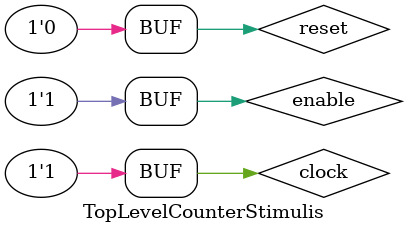
<source format=v>
`timescale 1ns / 1ps




module TopLevelCounterStimulis;

	// Inputs
	reg clock;
	reg reset;
	reg enable;

	// Outputs
	wire [3:0] counter_out;

	// Instantiate the Unit Under Test (UUT)
	first_counter uut (
		.clock(clock), 
		.reset(reset), 
		.enable(enable), 
		.counter_out(counter_out)
	);

	initial begin
		// Initialize Inputs
		clock = 0;
		reset = 0;
		enable = 0;
                #10
		clock <= 1;
		reset <= 1;          // reset to make sure instantiated blocks are initialized.
		enable <= 0;
		// Wait 100 ns for global reset to finish
		#10;
		// stimulus here
                clock <= 0;
		reset <= 0;
		enable <= 1;
	
		#5 clock <= ~clock;
		#5 clock <= ~clock;
		#5 clock <= ~clock;
		#5 clock <= ~clock;
		#5 clock <= ~clock;
		#5 clock <= ~clock;
		#5 clock <= ~clock;
		#5 clock <= ~clock;
		#5 clock <= ~clock;
		#5 clock <= ~clock;
		#5 clock <= ~clock;
		#5 clock <= ~clock;
		#5 clock <= ~clock;
		#5 clock <= ~clock;
		#5 clock <= ~clock;
		#5 clock <= ~clock;
		#5 clock <= ~clock;
		#5 clock <= ~clock;
		#5 clock <= ~clock;
	end
      
endmodule



</source>
